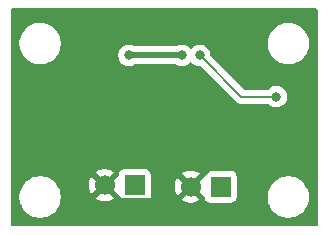
<source format=gbr>
%TF.GenerationSoftware,KiCad,Pcbnew,9.0.4*%
%TF.CreationDate,2025-10-29T17:36:43+05:30*%
%TF.ProjectId,usb_to_3.3v,7573625f-746f-45f3-932e-33762e6b6963,rev?*%
%TF.SameCoordinates,Original*%
%TF.FileFunction,Copper,L2,Bot*%
%TF.FilePolarity,Positive*%
%FSLAX46Y46*%
G04 Gerber Fmt 4.6, Leading zero omitted, Abs format (unit mm)*
G04 Created by KiCad (PCBNEW 9.0.4) date 2025-10-29 17:36:43*
%MOMM*%
%LPD*%
G01*
G04 APERTURE LIST*
%TA.AperFunction,ComponentPad*%
%ADD10R,1.700000X1.700000*%
%TD*%
%TA.AperFunction,ComponentPad*%
%ADD11C,1.700000*%
%TD*%
%TA.AperFunction,ViaPad*%
%ADD12C,0.800000*%
%TD*%
%TA.AperFunction,Conductor*%
%ADD13C,0.508000*%
%TD*%
%TA.AperFunction,Conductor*%
%ADD14C,0.203200*%
%TD*%
G04 APERTURE END LIST*
D10*
%TO.P,J4,1,Pin_1*%
%TO.N,+3.3V*%
X153775000Y-91115000D03*
D11*
%TO.P,J4,2,Pin_2*%
%TO.N,GND*%
X151235000Y-91115000D03*
%TD*%
D10*
%TO.P,J3,1,Pin_1*%
%TO.N,+5V*%
X146500000Y-91000000D03*
D11*
%TO.P,J3,2,Pin_2*%
%TO.N,GND*%
X143960000Y-91000000D03*
%TD*%
D12*
%TO.N,GND*%
X153000000Y-88500000D03*
%TO.N,Net-(J1-CC2)*%
X158500000Y-83500000D03*
X152000000Y-80000000D03*
%TO.N,+5V*%
X146000000Y-80000000D03*
X150500000Y-80000000D03*
%TD*%
D13*
%TO.N,GND*%
X153000000Y-88500000D02*
X153000000Y-89350000D01*
X153000000Y-89350000D02*
X151235000Y-91115000D01*
X150041800Y-92308200D02*
X145268200Y-92308200D01*
X145268200Y-92308200D02*
X143960000Y-91000000D01*
X151235000Y-91115000D02*
X150041800Y-92308200D01*
D14*
%TO.N,Net-(J1-CC2)*%
X155500000Y-83500000D02*
X158500000Y-83500000D01*
X152000000Y-80000000D02*
X155500000Y-83500000D01*
D13*
%TO.N,+5V*%
X146000000Y-80000000D02*
X150500000Y-80000000D01*
%TD*%
%TA.AperFunction,Conductor*%
%TO.N,GND*%
G36*
X161926539Y-76036185D02*
G01*
X161972294Y-76088989D01*
X161983500Y-76140500D01*
X161983500Y-94359500D01*
X161963815Y-94426539D01*
X161911011Y-94472294D01*
X161859500Y-94483500D01*
X136140500Y-94483500D01*
X136073461Y-94463815D01*
X136027706Y-94411011D01*
X136016500Y-94359500D01*
X136016500Y-91885258D01*
X136749500Y-91885258D01*
X136749500Y-92114741D01*
X136774446Y-92304215D01*
X136779452Y-92342238D01*
X136812480Y-92465500D01*
X136838842Y-92563887D01*
X136926650Y-92775876D01*
X136926657Y-92775890D01*
X137041392Y-92974617D01*
X137181081Y-93156661D01*
X137181089Y-93156670D01*
X137343330Y-93318911D01*
X137343338Y-93318918D01*
X137525382Y-93458607D01*
X137525385Y-93458608D01*
X137525388Y-93458611D01*
X137724112Y-93573344D01*
X137724117Y-93573346D01*
X137724123Y-93573349D01*
X137815480Y-93611190D01*
X137936113Y-93661158D01*
X138157762Y-93720548D01*
X138385266Y-93750500D01*
X138385273Y-93750500D01*
X138614727Y-93750500D01*
X138614734Y-93750500D01*
X138842238Y-93720548D01*
X139063887Y-93661158D01*
X139275888Y-93573344D01*
X139474612Y-93458611D01*
X139656661Y-93318919D01*
X139656665Y-93318914D01*
X139656670Y-93318911D01*
X139818911Y-93156670D01*
X139818914Y-93156665D01*
X139818919Y-93156661D01*
X139958611Y-92974612D01*
X140073344Y-92775888D01*
X140161158Y-92563887D01*
X140220548Y-92342238D01*
X140250500Y-92114734D01*
X140250500Y-91885266D01*
X140220548Y-91657762D01*
X140161158Y-91436113D01*
X140073344Y-91224112D01*
X139958611Y-91025388D01*
X139857603Y-90893753D01*
X142610000Y-90893753D01*
X142610000Y-91106246D01*
X142643242Y-91316127D01*
X142643242Y-91316130D01*
X142708904Y-91518217D01*
X142805375Y-91707550D01*
X142844728Y-91761716D01*
X143477036Y-91129407D01*
X143494075Y-91192993D01*
X143559901Y-91307007D01*
X143652993Y-91400099D01*
X143767007Y-91465925D01*
X143830590Y-91482962D01*
X143198282Y-92115269D01*
X143198282Y-92115270D01*
X143252449Y-92154624D01*
X143441782Y-92251095D01*
X143643870Y-92316757D01*
X143853754Y-92350000D01*
X144066246Y-92350000D01*
X144276127Y-92316757D01*
X144276130Y-92316757D01*
X144478217Y-92251095D01*
X144667554Y-92154622D01*
X144721716Y-92115270D01*
X144721717Y-92115270D01*
X144089408Y-91482962D01*
X144152993Y-91465925D01*
X144267007Y-91400099D01*
X144360099Y-91307007D01*
X144425925Y-91192993D01*
X144442962Y-91129408D01*
X145113181Y-91799628D01*
X145146666Y-91860951D01*
X145149500Y-91887300D01*
X145149500Y-91897865D01*
X145149501Y-91897876D01*
X145155908Y-91957483D01*
X145206202Y-92092328D01*
X145206206Y-92092335D01*
X145292452Y-92207544D01*
X145292455Y-92207547D01*
X145407664Y-92293793D01*
X145407671Y-92293797D01*
X145542517Y-92344091D01*
X145542516Y-92344091D01*
X145549444Y-92344835D01*
X145602127Y-92350500D01*
X147397872Y-92350499D01*
X147457483Y-92344091D01*
X147592331Y-92293796D01*
X147707546Y-92207546D01*
X147735047Y-92170809D01*
X147781543Y-92108700D01*
X147793793Y-92092335D01*
X147793792Y-92092335D01*
X147793796Y-92092331D01*
X147844091Y-91957483D01*
X147850500Y-91897873D01*
X147850499Y-91008753D01*
X149885000Y-91008753D01*
X149885000Y-91221246D01*
X149918242Y-91431127D01*
X149918242Y-91431130D01*
X149983904Y-91633217D01*
X150080375Y-91822550D01*
X150119728Y-91876716D01*
X150752037Y-91244408D01*
X150769075Y-91307993D01*
X150834901Y-91422007D01*
X150927993Y-91515099D01*
X151042007Y-91580925D01*
X151105590Y-91597962D01*
X150473282Y-92230269D01*
X150473282Y-92230270D01*
X150527449Y-92269624D01*
X150716782Y-92366095D01*
X150918870Y-92431757D01*
X151128754Y-92465000D01*
X151341246Y-92465000D01*
X151551127Y-92431757D01*
X151551130Y-92431757D01*
X151753217Y-92366095D01*
X151942554Y-92269622D01*
X151996716Y-92230270D01*
X151996717Y-92230270D01*
X151364408Y-91597962D01*
X151427993Y-91580925D01*
X151542007Y-91515099D01*
X151635099Y-91422007D01*
X151700925Y-91307993D01*
X151717962Y-91244408D01*
X152388181Y-91914628D01*
X152421666Y-91975951D01*
X152424500Y-92002300D01*
X152424500Y-92012865D01*
X152424501Y-92012876D01*
X152430908Y-92072483D01*
X152481202Y-92207328D01*
X152481206Y-92207335D01*
X152567452Y-92322544D01*
X152567455Y-92322547D01*
X152682664Y-92408793D01*
X152682671Y-92408797D01*
X152817517Y-92459091D01*
X152817516Y-92459091D01*
X152824444Y-92459835D01*
X152877127Y-92465500D01*
X154672872Y-92465499D01*
X154732483Y-92459091D01*
X154867331Y-92408796D01*
X154982546Y-92322546D01*
X155068796Y-92207331D01*
X155119091Y-92072483D01*
X155125500Y-92012873D01*
X155125500Y-91885258D01*
X157749500Y-91885258D01*
X157749500Y-92114741D01*
X157774446Y-92304215D01*
X157779452Y-92342238D01*
X157812480Y-92465500D01*
X157838842Y-92563887D01*
X157926650Y-92775876D01*
X157926657Y-92775890D01*
X158041392Y-92974617D01*
X158181081Y-93156661D01*
X158181089Y-93156670D01*
X158343330Y-93318911D01*
X158343338Y-93318918D01*
X158525382Y-93458607D01*
X158525385Y-93458608D01*
X158525388Y-93458611D01*
X158724112Y-93573344D01*
X158724117Y-93573346D01*
X158724123Y-93573349D01*
X158815480Y-93611190D01*
X158936113Y-93661158D01*
X159157762Y-93720548D01*
X159385266Y-93750500D01*
X159385273Y-93750500D01*
X159614727Y-93750500D01*
X159614734Y-93750500D01*
X159842238Y-93720548D01*
X160063887Y-93661158D01*
X160275888Y-93573344D01*
X160474612Y-93458611D01*
X160656661Y-93318919D01*
X160656665Y-93318914D01*
X160656670Y-93318911D01*
X160818911Y-93156670D01*
X160818914Y-93156665D01*
X160818919Y-93156661D01*
X160958611Y-92974612D01*
X161073344Y-92775888D01*
X161161158Y-92563887D01*
X161220548Y-92342238D01*
X161250500Y-92114734D01*
X161250500Y-91885266D01*
X161220548Y-91657762D01*
X161161158Y-91436113D01*
X161073344Y-91224112D01*
X160958611Y-91025388D01*
X160958608Y-91025385D01*
X160958607Y-91025382D01*
X160818918Y-90843338D01*
X160818911Y-90843330D01*
X160656670Y-90681089D01*
X160656661Y-90681081D01*
X160474617Y-90541392D01*
X160275890Y-90426657D01*
X160275876Y-90426650D01*
X160063887Y-90338842D01*
X159842238Y-90279452D01*
X159804215Y-90274446D01*
X159614741Y-90249500D01*
X159614734Y-90249500D01*
X159385266Y-90249500D01*
X159385258Y-90249500D01*
X159168715Y-90278009D01*
X159157762Y-90279452D01*
X159100747Y-90294729D01*
X158936112Y-90338842D01*
X158724123Y-90426650D01*
X158724109Y-90426657D01*
X158525382Y-90541392D01*
X158343338Y-90681081D01*
X158181081Y-90843338D01*
X158041392Y-91025382D01*
X157926657Y-91224109D01*
X157926650Y-91224123D01*
X157838842Y-91436112D01*
X157779453Y-91657759D01*
X157779451Y-91657770D01*
X157749500Y-91885258D01*
X155125500Y-91885258D01*
X155125499Y-91115000D01*
X155125499Y-90217129D01*
X155125498Y-90217123D01*
X155125497Y-90217116D01*
X155119091Y-90157517D01*
X155098432Y-90102128D01*
X155068797Y-90022671D01*
X155068793Y-90022664D01*
X154982547Y-89907455D01*
X154982544Y-89907452D01*
X154867335Y-89821206D01*
X154867328Y-89821202D01*
X154732482Y-89770908D01*
X154732483Y-89770908D01*
X154672883Y-89764501D01*
X154672881Y-89764500D01*
X154672873Y-89764500D01*
X154672864Y-89764500D01*
X152877129Y-89764500D01*
X152877123Y-89764501D01*
X152817516Y-89770908D01*
X152682671Y-89821202D01*
X152682664Y-89821206D01*
X152567455Y-89907452D01*
X152567452Y-89907455D01*
X152481206Y-90022664D01*
X152481202Y-90022671D01*
X152430908Y-90157517D01*
X152424501Y-90217116D01*
X152424501Y-90217123D01*
X152424500Y-90217135D01*
X152424500Y-90227690D01*
X152404815Y-90294729D01*
X152388181Y-90315371D01*
X151717962Y-90985590D01*
X151700925Y-90922007D01*
X151635099Y-90807993D01*
X151542007Y-90714901D01*
X151427993Y-90649075D01*
X151364409Y-90632037D01*
X151996716Y-89999728D01*
X151942550Y-89960375D01*
X151753217Y-89863904D01*
X151551129Y-89798242D01*
X151341246Y-89765000D01*
X151128754Y-89765000D01*
X150918872Y-89798242D01*
X150918869Y-89798242D01*
X150716782Y-89863904D01*
X150527439Y-89960380D01*
X150473282Y-89999727D01*
X150473282Y-89999728D01*
X151105591Y-90632037D01*
X151042007Y-90649075D01*
X150927993Y-90714901D01*
X150834901Y-90807993D01*
X150769075Y-90922007D01*
X150752037Y-90985591D01*
X150119728Y-90353282D01*
X150119727Y-90353282D01*
X150080380Y-90407439D01*
X149983904Y-90596782D01*
X149918242Y-90798869D01*
X149918242Y-90798872D01*
X149885000Y-91008753D01*
X147850499Y-91008753D01*
X147850499Y-91000000D01*
X147850499Y-90102129D01*
X147850499Y-90102127D01*
X147844091Y-90042517D01*
X147836688Y-90022669D01*
X147793797Y-89907671D01*
X147793793Y-89907664D01*
X147707547Y-89792455D01*
X147707544Y-89792452D01*
X147592335Y-89706206D01*
X147592328Y-89706202D01*
X147457482Y-89655908D01*
X147457483Y-89655908D01*
X147397883Y-89649501D01*
X147397881Y-89649500D01*
X147397873Y-89649500D01*
X147397864Y-89649500D01*
X145602129Y-89649500D01*
X145602123Y-89649501D01*
X145542516Y-89655908D01*
X145407671Y-89706202D01*
X145407664Y-89706206D01*
X145292455Y-89792452D01*
X145292452Y-89792455D01*
X145206206Y-89907664D01*
X145206202Y-89907671D01*
X145155908Y-90042517D01*
X145154003Y-90060241D01*
X145149501Y-90102125D01*
X145149500Y-90102135D01*
X145149500Y-90112690D01*
X145129815Y-90179729D01*
X145113181Y-90200371D01*
X144442962Y-90870590D01*
X144425925Y-90807007D01*
X144360099Y-90692993D01*
X144267007Y-90599901D01*
X144152993Y-90534075D01*
X144089409Y-90517037D01*
X144721716Y-89884728D01*
X144667550Y-89845375D01*
X144478217Y-89748904D01*
X144276129Y-89683242D01*
X144066246Y-89650000D01*
X143853754Y-89650000D01*
X143643872Y-89683242D01*
X143643869Y-89683242D01*
X143441782Y-89748904D01*
X143252439Y-89845380D01*
X143198282Y-89884727D01*
X143198282Y-89884728D01*
X143830591Y-90517037D01*
X143767007Y-90534075D01*
X143652993Y-90599901D01*
X143559901Y-90692993D01*
X143494075Y-90807007D01*
X143477037Y-90870591D01*
X142844728Y-90238282D01*
X142844727Y-90238282D01*
X142805380Y-90292439D01*
X142708904Y-90481782D01*
X142643242Y-90683869D01*
X142643242Y-90683872D01*
X142610000Y-90893753D01*
X139857603Y-90893753D01*
X139818919Y-90843339D01*
X139818918Y-90843338D01*
X139818911Y-90843330D01*
X139656670Y-90681089D01*
X139656661Y-90681081D01*
X139474617Y-90541392D01*
X139275890Y-90426657D01*
X139275876Y-90426650D01*
X139063887Y-90338842D01*
X138842238Y-90279452D01*
X138804215Y-90274446D01*
X138614741Y-90249500D01*
X138614734Y-90249500D01*
X138385266Y-90249500D01*
X138385258Y-90249500D01*
X138168715Y-90278009D01*
X138157762Y-90279452D01*
X138100747Y-90294729D01*
X137936112Y-90338842D01*
X137724123Y-90426650D01*
X137724109Y-90426657D01*
X137525382Y-90541392D01*
X137343338Y-90681081D01*
X137181081Y-90843338D01*
X137041392Y-91025382D01*
X136926657Y-91224109D01*
X136926650Y-91224123D01*
X136838842Y-91436112D01*
X136779453Y-91657759D01*
X136779451Y-91657770D01*
X136749500Y-91885258D01*
X136016500Y-91885258D01*
X136016500Y-78885258D01*
X136749500Y-78885258D01*
X136749500Y-79114741D01*
X136764124Y-79225815D01*
X136779452Y-79342238D01*
X136822151Y-79501596D01*
X136838842Y-79563887D01*
X136926650Y-79775876D01*
X136926657Y-79775890D01*
X137041392Y-79974617D01*
X137181081Y-80156661D01*
X137181089Y-80156670D01*
X137343330Y-80318911D01*
X137343338Y-80318918D01*
X137525382Y-80458607D01*
X137525385Y-80458608D01*
X137525388Y-80458611D01*
X137724112Y-80573344D01*
X137724117Y-80573346D01*
X137724123Y-80573349D01*
X137815458Y-80611181D01*
X137936113Y-80661158D01*
X138157762Y-80720548D01*
X138385266Y-80750500D01*
X138385273Y-80750500D01*
X138614727Y-80750500D01*
X138614734Y-80750500D01*
X138842238Y-80720548D01*
X139063887Y-80661158D01*
X139275888Y-80573344D01*
X139474612Y-80458611D01*
X139656661Y-80318919D01*
X139656665Y-80318914D01*
X139656670Y-80318911D01*
X139818911Y-80156670D01*
X139818914Y-80156665D01*
X139818919Y-80156661D01*
X139958611Y-79974612D01*
X139995162Y-79911304D01*
X145099500Y-79911304D01*
X145099500Y-80088695D01*
X145134103Y-80262658D01*
X145134106Y-80262667D01*
X145201983Y-80426540D01*
X145201990Y-80426553D01*
X145300535Y-80574034D01*
X145300538Y-80574038D01*
X145425961Y-80699461D01*
X145425965Y-80699464D01*
X145573446Y-80798009D01*
X145573459Y-80798016D01*
X145696363Y-80848923D01*
X145737334Y-80865894D01*
X145737336Y-80865894D01*
X145737341Y-80865896D01*
X145911304Y-80900499D01*
X145911307Y-80900500D01*
X145911309Y-80900500D01*
X146088693Y-80900500D01*
X146088694Y-80900499D01*
X146146682Y-80888964D01*
X146262658Y-80865896D01*
X146262661Y-80865894D01*
X146262666Y-80865894D01*
X146426547Y-80798013D01*
X146460392Y-80775397D01*
X146527069Y-80754520D01*
X146529283Y-80754500D01*
X149970717Y-80754500D01*
X150037756Y-80774185D01*
X150039591Y-80775387D01*
X150073453Y-80798013D01*
X150073456Y-80798014D01*
X150073457Y-80798015D01*
X150182707Y-80843267D01*
X150237334Y-80865894D01*
X150237336Y-80865894D01*
X150237341Y-80865896D01*
X150411304Y-80900499D01*
X150411307Y-80900500D01*
X150411309Y-80900500D01*
X150588693Y-80900500D01*
X150588694Y-80900499D01*
X150646682Y-80888964D01*
X150762658Y-80865896D01*
X150762661Y-80865894D01*
X150762666Y-80865894D01*
X150926547Y-80798013D01*
X151074035Y-80699464D01*
X151112342Y-80661157D01*
X151162319Y-80611181D01*
X151223642Y-80577696D01*
X151293334Y-80582680D01*
X151337681Y-80611181D01*
X151425961Y-80699461D01*
X151425965Y-80699464D01*
X151573446Y-80798009D01*
X151573459Y-80798016D01*
X151696363Y-80848923D01*
X151737334Y-80865894D01*
X151737336Y-80865894D01*
X151737341Y-80865896D01*
X151911304Y-80900499D01*
X151911307Y-80900500D01*
X151911309Y-80900500D01*
X151997640Y-80900500D01*
X152064679Y-80920185D01*
X152085321Y-80936819D01*
X155130302Y-83981800D01*
X155267598Y-84061067D01*
X155420732Y-84102100D01*
X155579268Y-84102100D01*
X157777239Y-84102100D01*
X157844278Y-84121785D01*
X157864915Y-84138414D01*
X157925962Y-84199461D01*
X157925966Y-84199465D01*
X158073446Y-84298009D01*
X158073459Y-84298016D01*
X158196363Y-84348923D01*
X158237334Y-84365894D01*
X158237336Y-84365894D01*
X158237341Y-84365896D01*
X158411304Y-84400499D01*
X158411307Y-84400500D01*
X158411309Y-84400500D01*
X158588693Y-84400500D01*
X158588694Y-84400499D01*
X158646682Y-84388964D01*
X158762658Y-84365896D01*
X158762661Y-84365894D01*
X158762666Y-84365894D01*
X158926547Y-84298013D01*
X159074035Y-84199464D01*
X159199464Y-84074035D01*
X159298013Y-83926547D01*
X159365894Y-83762666D01*
X159400500Y-83588691D01*
X159400500Y-83411309D01*
X159400500Y-83411306D01*
X159400499Y-83411304D01*
X159365896Y-83237341D01*
X159365893Y-83237332D01*
X159298016Y-83073459D01*
X159298009Y-83073446D01*
X159199464Y-82925965D01*
X159199461Y-82925961D01*
X159074038Y-82800538D01*
X159074034Y-82800535D01*
X158926553Y-82701990D01*
X158926540Y-82701983D01*
X158762667Y-82634106D01*
X158762658Y-82634103D01*
X158588694Y-82599500D01*
X158588691Y-82599500D01*
X158411309Y-82599500D01*
X158411306Y-82599500D01*
X158237341Y-82634103D01*
X158237332Y-82634106D01*
X158073459Y-82701983D01*
X158073446Y-82701990D01*
X157925966Y-82800534D01*
X157895443Y-82831057D01*
X157864918Y-82861582D01*
X157803598Y-82895066D01*
X157777239Y-82897900D01*
X155800760Y-82897900D01*
X155733721Y-82878215D01*
X155713079Y-82861581D01*
X152936819Y-80085321D01*
X152903334Y-80023998D01*
X152900500Y-79997640D01*
X152900500Y-79911306D01*
X152900499Y-79911304D01*
X152865896Y-79737341D01*
X152865893Y-79737332D01*
X152798016Y-79573459D01*
X152798009Y-79573446D01*
X152699464Y-79425965D01*
X152699461Y-79425961D01*
X152574038Y-79300538D01*
X152574034Y-79300535D01*
X152426553Y-79201990D01*
X152426540Y-79201983D01*
X152262667Y-79134106D01*
X152262658Y-79134103D01*
X152088694Y-79099500D01*
X152088691Y-79099500D01*
X151911309Y-79099500D01*
X151911306Y-79099500D01*
X151737341Y-79134103D01*
X151737332Y-79134106D01*
X151573459Y-79201983D01*
X151573446Y-79201990D01*
X151425965Y-79300535D01*
X151425961Y-79300538D01*
X151337681Y-79388819D01*
X151276358Y-79422304D01*
X151206666Y-79417320D01*
X151162319Y-79388819D01*
X151074038Y-79300538D01*
X151074034Y-79300535D01*
X150926553Y-79201990D01*
X150926540Y-79201983D01*
X150762667Y-79134106D01*
X150762658Y-79134103D01*
X150588694Y-79099500D01*
X150588691Y-79099500D01*
X150411309Y-79099500D01*
X150411306Y-79099500D01*
X150237341Y-79134103D01*
X150237332Y-79134106D01*
X150073457Y-79201984D01*
X150073456Y-79201985D01*
X150039608Y-79224602D01*
X149972931Y-79245480D01*
X149970717Y-79245500D01*
X146529283Y-79245500D01*
X146462244Y-79225815D01*
X146460392Y-79224602D01*
X146426547Y-79201987D01*
X146426544Y-79201985D01*
X146426543Y-79201985D01*
X146426542Y-79201984D01*
X146262667Y-79134106D01*
X146262658Y-79134103D01*
X146088694Y-79099500D01*
X146088691Y-79099500D01*
X145911309Y-79099500D01*
X145911306Y-79099500D01*
X145737341Y-79134103D01*
X145737332Y-79134106D01*
X145573459Y-79201983D01*
X145573446Y-79201990D01*
X145425965Y-79300535D01*
X145425961Y-79300538D01*
X145300538Y-79425961D01*
X145300535Y-79425965D01*
X145201990Y-79573446D01*
X145201983Y-79573459D01*
X145134106Y-79737332D01*
X145134103Y-79737341D01*
X145099500Y-79911304D01*
X139995162Y-79911304D01*
X140073344Y-79775888D01*
X140161158Y-79563887D01*
X140220548Y-79342238D01*
X140250500Y-79114734D01*
X140250500Y-78885266D01*
X140250499Y-78885258D01*
X157749500Y-78885258D01*
X157749500Y-79114741D01*
X157764124Y-79225815D01*
X157779452Y-79342238D01*
X157822151Y-79501596D01*
X157838842Y-79563887D01*
X157926650Y-79775876D01*
X157926657Y-79775890D01*
X158041392Y-79974617D01*
X158181081Y-80156661D01*
X158181089Y-80156670D01*
X158343330Y-80318911D01*
X158343338Y-80318918D01*
X158525382Y-80458607D01*
X158525385Y-80458608D01*
X158525388Y-80458611D01*
X158724112Y-80573344D01*
X158724117Y-80573346D01*
X158724123Y-80573349D01*
X158815458Y-80611181D01*
X158936113Y-80661158D01*
X159157762Y-80720548D01*
X159385266Y-80750500D01*
X159385273Y-80750500D01*
X159614727Y-80750500D01*
X159614734Y-80750500D01*
X159842238Y-80720548D01*
X160063887Y-80661158D01*
X160275888Y-80573344D01*
X160474612Y-80458611D01*
X160656661Y-80318919D01*
X160656665Y-80318914D01*
X160656670Y-80318911D01*
X160818911Y-80156670D01*
X160818914Y-80156665D01*
X160818919Y-80156661D01*
X160958611Y-79974612D01*
X161073344Y-79775888D01*
X161161158Y-79563887D01*
X161220548Y-79342238D01*
X161250500Y-79114734D01*
X161250500Y-78885266D01*
X161220548Y-78657762D01*
X161161158Y-78436113D01*
X161073344Y-78224112D01*
X160958611Y-78025388D01*
X160958608Y-78025385D01*
X160958607Y-78025382D01*
X160818918Y-77843338D01*
X160818911Y-77843330D01*
X160656670Y-77681089D01*
X160656661Y-77681081D01*
X160474617Y-77541392D01*
X160275890Y-77426657D01*
X160275876Y-77426650D01*
X160063887Y-77338842D01*
X159842238Y-77279452D01*
X159804215Y-77274446D01*
X159614741Y-77249500D01*
X159614734Y-77249500D01*
X159385266Y-77249500D01*
X159385258Y-77249500D01*
X159168715Y-77278009D01*
X159157762Y-77279452D01*
X159064076Y-77304554D01*
X158936112Y-77338842D01*
X158724123Y-77426650D01*
X158724109Y-77426657D01*
X158525382Y-77541392D01*
X158343338Y-77681081D01*
X158181081Y-77843338D01*
X158041392Y-78025382D01*
X157926657Y-78224109D01*
X157926650Y-78224123D01*
X157838842Y-78436112D01*
X157779453Y-78657759D01*
X157779451Y-78657770D01*
X157749500Y-78885258D01*
X140250499Y-78885258D01*
X140220548Y-78657762D01*
X140161158Y-78436113D01*
X140073344Y-78224112D01*
X139958611Y-78025388D01*
X139958608Y-78025385D01*
X139958607Y-78025382D01*
X139818918Y-77843338D01*
X139818911Y-77843330D01*
X139656670Y-77681089D01*
X139656661Y-77681081D01*
X139474617Y-77541392D01*
X139275890Y-77426657D01*
X139275876Y-77426650D01*
X139063887Y-77338842D01*
X138842238Y-77279452D01*
X138804215Y-77274446D01*
X138614741Y-77249500D01*
X138614734Y-77249500D01*
X138385266Y-77249500D01*
X138385258Y-77249500D01*
X138168715Y-77278009D01*
X138157762Y-77279452D01*
X138064076Y-77304554D01*
X137936112Y-77338842D01*
X137724123Y-77426650D01*
X137724109Y-77426657D01*
X137525382Y-77541392D01*
X137343338Y-77681081D01*
X137181081Y-77843338D01*
X137041392Y-78025382D01*
X136926657Y-78224109D01*
X136926650Y-78224123D01*
X136838842Y-78436112D01*
X136779453Y-78657759D01*
X136779451Y-78657770D01*
X136749500Y-78885258D01*
X136016500Y-78885258D01*
X136016500Y-76140500D01*
X136036185Y-76073461D01*
X136088989Y-76027706D01*
X136140500Y-76016500D01*
X161859500Y-76016500D01*
X161926539Y-76036185D01*
G37*
%TD.AperFunction*%
%TD*%
M02*

</source>
